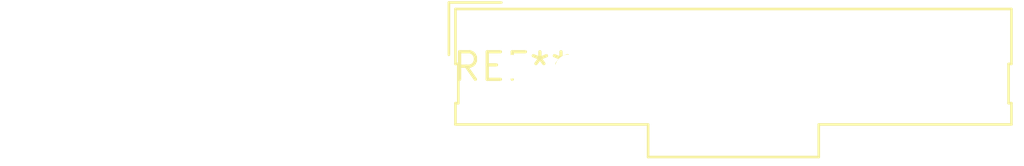
<source format=kicad_pcb>
(kicad_pcb (version 20240108) (generator pcbnew)
  (layers (0 "F.Cu" signal) (31 "B.Cu" signal) (34 "B.Paste" user) (35 "F.Paste" user) (36 "B.SilkS" user "B.Silkscreen") (37 "F.SilkS" user "F.Silkscreen") (38 "B.Mask" user) (39 "F.Mask" user) (44 "Edge.Cuts" user))
  (net 0 "")
  (footprint "Molex_SL_171971-0009_1x09_P2.54mm_Vertical" (layer "F.Cu") (at 0 0)
    (property "Reference" "REF**")
    (property "Value" "Molex_SL_171971-0009_1x09_P2.54mm_Vertical")
    (fp_line (start -2.91 -2.96) (end -0.5 -2.96) (layer "F.SilkS") (stroke (width 0.12)))
    (fp_line (start -2.91 -0.55) (end -2.91 -2.96) (layer "F.SilkS") (stroke (width 0.12)))
    (fp_line (start -2.61 -2.66) (end -2.61 -0.13) (layer "F.SilkS") (stroke (width 0.12)))
    (fp_line (start -2.61 -0.13) (end -2.48 -0.13) (layer "F.SilkS") (stroke (width 0.12)))
    (fp_line (start -2.61 1.68) (end -2.61 2.66) (layer "F.SilkS") (stroke (width 0.12)))
    (fp_line (start -2.61 2.66) (end 6.24 2.66) (layer "F.SilkS") (stroke (width 0.12)))
    (fp_line (start -2.48 -0.13) (end -2.48 1.68) (layer "F.SilkS") (stroke (width 0.12)))
    (fp_line (start -2.48 1.68) (end -2.61 1.68) (layer "F.SilkS") (stroke (width 0.12)))
    (fp_line (start 6.24 2.66) (end 6.24 4.16) (layer "F.SilkS") (stroke (width 0.12)))
    (fp_line (start 6.24 4.16) (end 14.08 4.16) (layer "F.SilkS") (stroke (width 0.12)))
    (fp_line (start 14.08 2.66) (end 22.93 2.66) (layer "F.SilkS") (stroke (width 0.12)))
    (fp_line (start 14.08 4.16) (end 14.08 2.66) (layer "F.SilkS") (stroke (width 0.12)))
    (fp_line (start 22.8 -0.13) (end 22.93 -0.13) (layer "F.SilkS") (stroke (width 0.12)))
    (fp_line (start 22.8 1.68) (end 22.8 -0.13) (layer "F.SilkS") (stroke (width 0.12)))
    (fp_line (start 22.93 -2.66) (end -2.61 -2.66) (layer "F.SilkS") (stroke (width 0.12)))
    (fp_line (start 22.93 -0.13) (end 22.93 -2.66) (layer "F.SilkS") (stroke (width 0.12)))
    (fp_line (start 22.93 1.68) (end 22.8 1.68) (layer "F.SilkS") (stroke (width 0.12)))
    (fp_line (start 22.93 2.66) (end 22.93 1.68) (layer "F.SilkS") (stroke (width 0.12)))
    (pad "1" thru_hole roundrect (at 0 0) (size 1.74 1.74) (drill 1.09) (layers *.Cu *.Mask) (remove_unused_layers) (roundrect_rratio 0.143678))
    (pad "2" thru_hole circle (at 2.54 0) (size 1.74 1.74) (drill 1.09) (layers *.Cu *.Mask) (remove_unused_layers))
    (pad "3" thru_hole circle (at 5.08 0) (size 1.74 1.74) (drill 1.09) (layers *.Cu *.Mask) (remove_unused_layers))
    (pad "4" thru_hole circle (at 7.62 0) (size 1.74 1.74) (drill 1.09) (layers *.Cu *.Mask) (remove_unused_layers))
    (pad "5" thru_hole circle (at 10.16 0) (size 1.74 1.74) (drill 1.09) (layers *.Cu *.Mask) (remove_unused_layers))
    (pad "6" thru_hole circle (at 12.7 0) (size 1.74 1.74) (drill 1.09) (layers *.Cu *.Mask) (remove_unused_layers))
    (pad "7" thru_hole circle (at 15.24 0) (size 1.74 1.74) (drill 1.09) (layers *.Cu *.Mask) (remove_unused_layers))
    (pad "8" thru_hole circle (at 17.78 0) (size 1.74 1.74) (drill 1.09) (layers *.Cu *.Mask) (remove_unused_layers))
    (pad "9" thru_hole circle (at 20.32 0) (size 1.74 1.74) (drill 1.09) (layers *.Cu *.Mask) (remove_unused_layers))
  )
)
</source>
